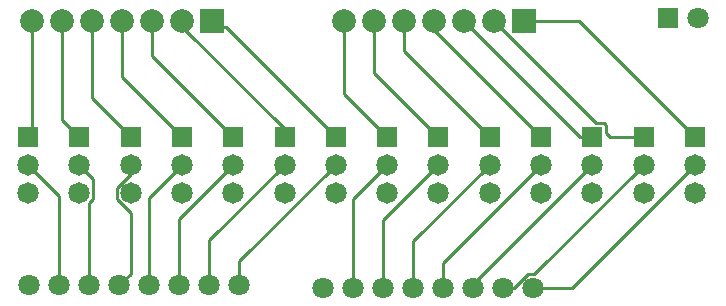
<source format=gtl>
G04 Layer: TopLayer*
G04 EasyEDA Pro v2.2.35.2, 2025-01-23 15:21:27*
G04 Gerber Generator version 0.3*
G04 Scale: 100 percent, Rotated: No, Reflected: No*
G04 Dimensions in millimeters*
G04 Leading zeros omitted, absolute positions, 4 integers and 5 decimals*
%FSLAX45Y45*%
%MOMM*%
%ADD10R,1.8161X1.8161*%
%ADD11C,1.8161*%
%ADD12C,2.0*%
%ADD13R,2.0X2.0*%
%ADD14C,1.8*%
%ADD15R,1.8X1.8*%
%ADD16C,0.254*%
G75*


G04 Pad Start*
G54D10*
G01X1980409Y-877570D03*
G54D11*
G01X1980409Y-1116330D03*
G01X1980409Y-1357630D03*
G54D10*
G01X1546008Y-877570D03*
G54D11*
G01X1546008Y-1116330D03*
G01X1546008Y-1357630D03*
G54D10*
G01X1111607Y-877570D03*
G54D11*
G01X1111607Y-1116330D03*
G01X1111607Y-1357630D03*
G54D10*
G01X677206Y-877570D03*
G54D11*
G01X677206Y-1116330D03*
G01X677206Y-1357630D03*
G54D10*
G01X242805Y-877570D03*
G54D11*
G01X242805Y-1116330D03*
G01X242805Y-1357630D03*
G54D10*
G01X2849211Y-877570D03*
G54D11*
G01X2849211Y-1116330D03*
G01X2849211Y-1357630D03*
G54D10*
G01X2414810Y-877570D03*
G54D11*
G01X2414810Y-1116330D03*
G01X2414810Y-1357630D03*
G54D10*
G01X5021216Y-877570D03*
G54D11*
G01X5021216Y-1116330D03*
G01X5021216Y-1357630D03*
G54D10*
G01X4586815Y-877570D03*
G54D11*
G01X4586815Y-1116330D03*
G01X4586815Y-1357630D03*
G54D10*
G01X4152414Y-877570D03*
G54D11*
G01X4152414Y-1116330D03*
G01X4152414Y-1357630D03*
G54D10*
G01X3718013Y-877570D03*
G54D11*
G01X3718013Y-1116330D03*
G01X3718013Y-1357630D03*
G54D10*
G01X3283612Y-877570D03*
G54D11*
G01X3283612Y-1116330D03*
G01X3283612Y-1357630D03*
G54D10*
G01X5890018Y-877570D03*
G54D11*
G01X5890018Y-1116330D03*
G01X5890018Y-1357630D03*
G54D10*
G01X5455617Y-877570D03*
G54D11*
G01X5455617Y-1116330D03*
G01X5455617Y-1357630D03*
G54D12*
G01X279400Y101600D03*
G01X533400Y101600D03*
G01X787400Y101600D03*
G01X1041400Y101600D03*
G01X1295400Y101600D03*
G01X1549400Y101600D03*
G54D13*
G01X1803400Y101600D03*
G54D12*
G01X2921000Y101600D03*
G01X3175000Y101600D03*
G01X3429000Y101600D03*
G01X3683000Y101600D03*
G01X3937000Y101600D03*
G01X4191000Y101600D03*
G54D13*
G01X4445000Y101600D03*
G54D14*
G01X254000Y-2133600D03*
G01X508000Y-2133600D03*
G01X762000Y-2133600D03*
G01X1016000Y-2133600D03*
G01X1270000Y-2133600D03*
G01X1524000Y-2133600D03*
G01X1778000Y-2133600D03*
G01X2032000Y-2133600D03*
G01X2743200Y-2159000D03*
G01X2997200Y-2159000D03*
G01X3251200Y-2159000D03*
G01X3505200Y-2159000D03*
G01X3759200Y-2159000D03*
G01X4013200Y-2159000D03*
G01X4267200Y-2159000D03*
G01X4521200Y-2159000D03*
G01X5918200Y127000D03*
G54D15*
G01X5664200Y127000D03*
G04 Pad End*

G04 Track Start*
G54D16*
G01X242805Y-877570D02*
G01X279400Y-840975D01*
G01X279400Y50800D01*
G01X533400Y50800D02*
G01X533400Y-733764D01*
G01X677206Y-877570D01*
G01X787400Y50800D02*
G01X787400Y-553363D01*
G01X1111607Y-877570D01*
G01X1041400Y50800D02*
G01X1041400Y-372962D01*
G01X1546008Y-877570D01*
G01X1295400Y50800D02*
G01X1295400Y-192561D01*
G01X1980409Y-877570D01*
G01X1549400Y50800D02*
G01X2414810Y-814610D01*
G01X2414810Y-877570D01*
G01X1803400Y50800D02*
G01X1920841Y50800D01*
G01X2849211Y-877570D01*
G01X2921000Y101600D02*
G01X2921000Y-514958D01*
G01X3283612Y-877570D01*
G01X3175000Y101600D02*
G01X3175000Y-334557D01*
G01X3718013Y-877570D01*
G01X3429000Y101600D02*
G01X3429000Y-154156D01*
G01X4152414Y-877570D01*
G01X3683000Y101600D02*
G01X3683000Y26245D01*
G01X4586815Y-877570D01*
G01X3937000Y101600D02*
G01X4916170Y-877570D01*
G01X5021216Y-877570D01*
G01X5170170Y-877570D02*
G01X5455617Y-877570D01*
G01X4191000Y101600D02*
G01X5051465Y-758865D01*
G01X5123577Y-758865D01*
G01X5139921Y-775209D01*
G01X5139921Y-847321D01*
G01X5170170Y-877570D01*
G01X4445000Y101600D02*
G01X4910848Y101600D01*
G01X5890018Y-877570D01*
G01X242805Y-1116330D02*
G01X508000Y-1381525D01*
G01X508000Y-2133600D01*
G01X795911Y-1406799D02*
G01X762000Y-1440710D01*
G01X762000Y-2133600D01*
G01X677206Y-1116330D02*
G01X795911Y-1235035D01*
G01X795911Y-1406799D01*
G01X1111607Y-2037993D02*
G01X1016000Y-2133600D01*
G01X1111607Y-1116330D02*
G01X1111607Y-1189756D01*
G01X992902Y-1308461D01*
G01X992902Y-1406799D01*
G01X1111607Y-1525504D01*
G01X1111607Y-2037993D01*
G01X1546008Y-1116330D02*
G01X1270000Y-1392338D01*
G01X1270000Y-2133600D01*
G01X1980409Y-1116330D02*
G01X1524000Y-1572739D01*
G01X1524000Y-2133600D01*
G01X2414810Y-1116330D02*
G01X1778000Y-1753140D01*
G01X1778000Y-2133600D01*
G01X2849211Y-1116330D02*
G01X2032000Y-1933541D01*
G01X2032000Y-2133600D01*
G01X3283612Y-1116330D02*
G01X2997200Y-1402742D01*
G01X2997200Y-2159000D01*
G01X3718013Y-1116330D02*
G01X3251200Y-1583143D01*
G01X3251200Y-2159000D01*
G01X4152414Y-1116330D02*
G01X3505200Y-1763544D01*
G01X3505200Y-2159000D01*
G01X4586815Y-1116330D02*
G01X3759200Y-1943945D01*
G01X3759200Y-2159000D01*
G01X5021216Y-1116330D02*
G01X4013200Y-2124346D01*
G01X4013200Y-2159000D01*
G01X5455617Y-1116330D02*
G01X4530846Y-2041100D01*
G01X4472364Y-2041100D01*
G01X4354464Y-2159000D01*
G01X4267200Y-2159000D01*
G01X5890018Y-1116330D02*
G01X4847348Y-2159000D01*
G01X4521200Y-2159000D01*
G04 Track End*

M02*


</source>
